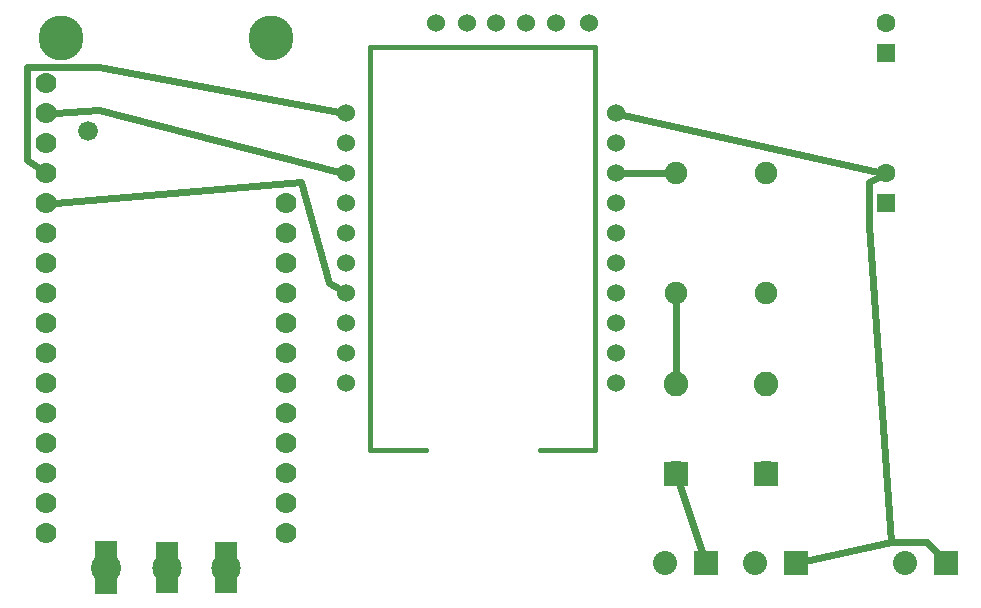
<source format=gtl>
G04 MADE WITH FRITZING*
G04 WWW.FRITZING.ORG*
G04 DOUBLE SIDED*
G04 HOLES PLATED*
G04 CONTOUR ON CENTER OF CONTOUR VECTOR*
%ASAXBY*%
%FSLAX23Y23*%
%MOIN*%
%OFA0B0*%
%SFA1.0B1.0*%
%ADD10C,0.082000*%
%ADD11C,0.062992*%
%ADD12C,0.080000*%
%ADD13C,0.060000*%
%ADD14C,0.033222*%
%ADD15C,0.075000*%
%ADD16C,0.070000*%
%ADD17C,0.098425*%
%ADD18C,0.150000*%
%ADD19C,0.100000*%
%ADD20C,0.066000*%
%ADD21R,0.082000X0.082000*%
%ADD22R,0.062992X0.062992*%
%ADD23R,0.080000X0.080000*%
%ADD24C,0.015436*%
%ADD25C,0.024000*%
%ADD26R,0.001000X0.001000*%
%LNCOPPER1*%
G90*
G70*
G54D10*
X2620Y718D03*
X2620Y1016D03*
X2320Y718D03*
X2320Y1016D03*
G54D11*
X3020Y2119D03*
X3020Y2218D03*
X3020Y1619D03*
X3020Y1718D03*
G54D12*
X3220Y418D03*
X3083Y418D03*
X2420Y418D03*
X2283Y418D03*
X2720Y418D03*
X2583Y418D03*
G54D13*
X1220Y1018D03*
X1220Y1118D03*
X1221Y1218D03*
X1221Y1318D03*
X1220Y1418D03*
X1220Y1518D03*
X1220Y1618D03*
X1220Y1718D03*
X1220Y1818D03*
X1220Y1918D03*
X2120Y1018D03*
X2120Y1118D03*
X2120Y1218D03*
X2120Y1318D03*
X2120Y1418D03*
X2120Y1518D03*
X2120Y1618D03*
X2120Y1718D03*
X2120Y1818D03*
X2120Y1918D03*
X1520Y2218D03*
X1720Y2218D03*
X1820Y2218D03*
X1920Y2218D03*
G54D14*
X1623Y2218D03*
G54D13*
X1623Y2218D03*
G54D14*
X2029Y2218D03*
G54D13*
X2029Y2218D03*
G54D15*
X2620Y1318D03*
X2620Y1718D03*
X2320Y1318D03*
X2320Y1718D03*
G54D16*
X1020Y1418D03*
G54D17*
X820Y403D03*
G54D18*
X270Y2168D03*
G54D17*
X622Y403D03*
G54D19*
X420Y403D03*
G54D20*
X360Y1858D03*
G54D16*
X1020Y1218D03*
X220Y2018D03*
X1020Y1618D03*
X220Y1918D03*
X220Y1818D03*
X220Y1718D03*
X220Y1618D03*
X220Y1518D03*
X220Y1418D03*
X1020Y1118D03*
X220Y1318D03*
X1020Y1318D03*
X220Y1218D03*
X1020Y1518D03*
X220Y1118D03*
G54D18*
X970Y2168D03*
G54D16*
X220Y1018D03*
X220Y918D03*
X220Y818D03*
X220Y718D03*
X220Y618D03*
X220Y518D03*
X1020Y518D03*
X1020Y618D03*
X1020Y718D03*
X1020Y818D03*
X1020Y918D03*
X1020Y1018D03*
G54D21*
X2620Y717D03*
X2320Y717D03*
G54D22*
X3020Y2119D03*
X3020Y1619D03*
G54D23*
X3220Y418D03*
X2420Y418D03*
X2720Y418D03*
G54D24*
X2051Y796D02*
X2051Y2139D01*
D02*
X2051Y2139D02*
X1299Y2139D01*
D02*
X1299Y2139D02*
X1299Y796D01*
D02*
X2051Y796D02*
X1866Y796D01*
D02*
X1485Y796D02*
X1299Y796D01*
G54D25*
D02*
X1196Y1724D02*
X396Y1930D01*
D02*
X2410Y447D02*
X2330Y687D01*
D02*
X396Y1930D02*
X251Y1920D01*
D02*
X2320Y1048D02*
X2320Y1289D01*
D02*
X1164Y1354D02*
X1068Y1690D01*
D02*
X1200Y1331D02*
X1164Y1354D01*
D02*
X1068Y1690D02*
X251Y1620D01*
D02*
X2145Y1718D02*
X2292Y1718D01*
D02*
X3036Y490D02*
X2751Y425D01*
D02*
X3156Y490D02*
X3036Y490D01*
D02*
X3200Y441D02*
X3156Y490D01*
D02*
X2964Y1690D02*
X2964Y1546D01*
D02*
X2996Y1706D02*
X2964Y1690D01*
D02*
X2964Y1546D02*
X3036Y490D01*
D02*
X2144Y1912D02*
X2994Y1724D01*
D02*
X195Y1735D02*
X156Y1762D01*
D02*
X396Y2074D02*
X1196Y1923D01*
D02*
X156Y2074D02*
X396Y2074D01*
D02*
X156Y1762D02*
X156Y2074D01*
G54D26*
X383Y491D02*
X457Y491D01*
X382Y490D02*
X457Y490D01*
X585Y490D02*
X658Y490D01*
X783Y490D02*
X856Y490D01*
X382Y489D02*
X457Y489D01*
X585Y489D02*
X659Y489D01*
X783Y489D02*
X857Y489D01*
X382Y488D02*
X457Y488D01*
X585Y488D02*
X659Y488D01*
X783Y488D02*
X857Y488D01*
X382Y487D02*
X457Y487D01*
X585Y487D02*
X659Y487D01*
X783Y487D02*
X857Y487D01*
X382Y486D02*
X457Y486D01*
X585Y486D02*
X659Y486D01*
X783Y486D02*
X857Y486D01*
X382Y485D02*
X457Y485D01*
X585Y485D02*
X659Y485D01*
X783Y485D02*
X857Y485D01*
X382Y484D02*
X457Y484D01*
X585Y484D02*
X659Y484D01*
X783Y484D02*
X857Y484D01*
X382Y483D02*
X457Y483D01*
X585Y483D02*
X659Y483D01*
X783Y483D02*
X857Y483D01*
X382Y482D02*
X457Y482D01*
X585Y482D02*
X659Y482D01*
X783Y482D02*
X857Y482D01*
X382Y481D02*
X457Y481D01*
X585Y481D02*
X659Y481D01*
X783Y481D02*
X857Y481D01*
X382Y480D02*
X457Y480D01*
X585Y480D02*
X659Y480D01*
X783Y480D02*
X857Y480D01*
X382Y479D02*
X457Y479D01*
X585Y479D02*
X659Y479D01*
X783Y479D02*
X857Y479D01*
X382Y478D02*
X457Y478D01*
X585Y478D02*
X659Y478D01*
X783Y478D02*
X857Y478D01*
X382Y477D02*
X457Y477D01*
X585Y477D02*
X659Y477D01*
X783Y477D02*
X857Y477D01*
X382Y476D02*
X457Y476D01*
X585Y476D02*
X659Y476D01*
X783Y476D02*
X857Y476D01*
X382Y475D02*
X457Y475D01*
X585Y475D02*
X659Y475D01*
X783Y475D02*
X857Y475D01*
X382Y474D02*
X457Y474D01*
X585Y474D02*
X659Y474D01*
X783Y474D02*
X857Y474D01*
X382Y473D02*
X457Y473D01*
X585Y473D02*
X659Y473D01*
X783Y473D02*
X857Y473D01*
X382Y472D02*
X457Y472D01*
X585Y472D02*
X659Y472D01*
X783Y472D02*
X857Y472D01*
X382Y471D02*
X457Y471D01*
X585Y471D02*
X659Y471D01*
X783Y471D02*
X857Y471D01*
X382Y470D02*
X457Y470D01*
X585Y470D02*
X659Y470D01*
X783Y470D02*
X857Y470D01*
X382Y469D02*
X457Y469D01*
X585Y469D02*
X659Y469D01*
X783Y469D02*
X857Y469D01*
X382Y468D02*
X457Y468D01*
X585Y468D02*
X659Y468D01*
X783Y468D02*
X857Y468D01*
X382Y467D02*
X457Y467D01*
X585Y467D02*
X659Y467D01*
X783Y467D02*
X857Y467D01*
X382Y466D02*
X457Y466D01*
X585Y466D02*
X659Y466D01*
X783Y466D02*
X857Y466D01*
X382Y465D02*
X457Y465D01*
X585Y465D02*
X659Y465D01*
X783Y465D02*
X857Y465D01*
X382Y464D02*
X457Y464D01*
X585Y464D02*
X659Y464D01*
X783Y464D02*
X857Y464D01*
X382Y463D02*
X457Y463D01*
X585Y463D02*
X659Y463D01*
X783Y463D02*
X857Y463D01*
X382Y462D02*
X457Y462D01*
X585Y462D02*
X659Y462D01*
X783Y462D02*
X857Y462D01*
X382Y461D02*
X457Y461D01*
X585Y461D02*
X659Y461D01*
X783Y461D02*
X857Y461D01*
X382Y460D02*
X457Y460D01*
X585Y460D02*
X659Y460D01*
X783Y460D02*
X857Y460D01*
X382Y459D02*
X457Y459D01*
X585Y459D02*
X659Y459D01*
X783Y459D02*
X857Y459D01*
X382Y458D02*
X457Y458D01*
X585Y458D02*
X659Y458D01*
X783Y458D02*
X857Y458D01*
X382Y457D02*
X457Y457D01*
X585Y457D02*
X659Y457D01*
X783Y457D02*
X857Y457D01*
X382Y456D02*
X457Y456D01*
X585Y456D02*
X659Y456D01*
X783Y456D02*
X857Y456D01*
X382Y455D02*
X457Y455D01*
X585Y455D02*
X659Y455D01*
X783Y455D02*
X857Y455D01*
X382Y454D02*
X457Y454D01*
X585Y454D02*
X659Y454D01*
X783Y454D02*
X857Y454D01*
X382Y453D02*
X457Y453D01*
X585Y453D02*
X659Y453D01*
X783Y453D02*
X857Y453D01*
X382Y452D02*
X457Y452D01*
X585Y452D02*
X659Y452D01*
X783Y452D02*
X857Y452D01*
X382Y451D02*
X457Y451D01*
X585Y451D02*
X659Y451D01*
X783Y451D02*
X857Y451D01*
X382Y450D02*
X457Y450D01*
X585Y450D02*
X659Y450D01*
X783Y450D02*
X857Y450D01*
X382Y449D02*
X457Y449D01*
X585Y449D02*
X659Y449D01*
X783Y449D02*
X857Y449D01*
X382Y448D02*
X457Y448D01*
X585Y448D02*
X659Y448D01*
X783Y448D02*
X857Y448D01*
X382Y447D02*
X457Y447D01*
X585Y447D02*
X659Y447D01*
X783Y447D02*
X857Y447D01*
X382Y446D02*
X457Y446D01*
X585Y446D02*
X659Y446D01*
X783Y446D02*
X857Y446D01*
X382Y445D02*
X457Y445D01*
X585Y445D02*
X659Y445D01*
X783Y445D02*
X857Y445D01*
X382Y444D02*
X457Y444D01*
X585Y444D02*
X659Y444D01*
X783Y444D02*
X857Y444D01*
X382Y443D02*
X457Y443D01*
X585Y443D02*
X659Y443D01*
X783Y443D02*
X857Y443D01*
X382Y442D02*
X419Y442D01*
X421Y442D02*
X457Y442D01*
X585Y442D02*
X659Y442D01*
X783Y442D02*
X857Y442D01*
X382Y441D02*
X411Y441D01*
X429Y441D02*
X457Y441D01*
X585Y441D02*
X615Y441D01*
X629Y441D02*
X659Y441D01*
X783Y441D02*
X813Y441D01*
X827Y441D02*
X857Y441D01*
X382Y440D02*
X407Y440D01*
X432Y440D02*
X457Y440D01*
X585Y440D02*
X610Y440D01*
X633Y440D02*
X659Y440D01*
X783Y440D02*
X808Y440D01*
X831Y440D02*
X857Y440D01*
X382Y439D02*
X404Y439D01*
X435Y439D02*
X457Y439D01*
X585Y439D02*
X607Y439D01*
X636Y439D02*
X659Y439D01*
X783Y439D02*
X805Y439D01*
X834Y439D02*
X857Y439D01*
X382Y438D02*
X402Y438D01*
X437Y438D02*
X457Y438D01*
X585Y438D02*
X605Y438D01*
X638Y438D02*
X659Y438D01*
X783Y438D02*
X803Y438D01*
X836Y438D02*
X857Y438D01*
X382Y437D02*
X400Y437D01*
X439Y437D02*
X457Y437D01*
X585Y437D02*
X603Y437D01*
X640Y437D02*
X659Y437D01*
X783Y437D02*
X801Y437D01*
X838Y437D02*
X857Y437D01*
X382Y436D02*
X399Y436D01*
X441Y436D02*
X457Y436D01*
X585Y436D02*
X601Y436D01*
X642Y436D02*
X659Y436D01*
X783Y436D02*
X799Y436D01*
X840Y436D02*
X857Y436D01*
X382Y435D02*
X397Y435D01*
X442Y435D02*
X457Y435D01*
X585Y435D02*
X600Y435D01*
X643Y435D02*
X659Y435D01*
X783Y435D02*
X798Y435D01*
X841Y435D02*
X857Y435D01*
X382Y434D02*
X396Y434D01*
X443Y434D02*
X457Y434D01*
X585Y434D02*
X598Y434D01*
X645Y434D02*
X659Y434D01*
X783Y434D02*
X796Y434D01*
X843Y434D02*
X857Y434D01*
X382Y433D02*
X395Y433D01*
X445Y433D02*
X457Y433D01*
X585Y433D02*
X597Y433D01*
X646Y433D02*
X659Y433D01*
X783Y433D02*
X795Y433D01*
X844Y433D02*
X857Y433D01*
X382Y432D02*
X394Y432D01*
X446Y432D02*
X457Y432D01*
X585Y432D02*
X596Y432D01*
X647Y432D02*
X659Y432D01*
X783Y432D02*
X794Y432D01*
X845Y432D02*
X857Y432D01*
X382Y431D02*
X393Y431D01*
X447Y431D02*
X457Y431D01*
X585Y431D02*
X595Y431D01*
X648Y431D02*
X659Y431D01*
X783Y431D02*
X793Y431D01*
X846Y431D02*
X857Y431D01*
X382Y430D02*
X392Y430D01*
X448Y430D02*
X457Y430D01*
X585Y430D02*
X594Y430D01*
X649Y430D02*
X659Y430D01*
X783Y430D02*
X792Y430D01*
X847Y430D02*
X857Y430D01*
X382Y429D02*
X391Y429D01*
X449Y429D02*
X457Y429D01*
X585Y429D02*
X593Y429D01*
X650Y429D02*
X659Y429D01*
X783Y429D02*
X791Y429D01*
X848Y429D02*
X857Y429D01*
X382Y428D02*
X390Y428D01*
X450Y428D02*
X457Y428D01*
X585Y428D02*
X592Y428D01*
X651Y428D02*
X659Y428D01*
X783Y428D02*
X790Y428D01*
X849Y428D02*
X857Y428D01*
X382Y427D02*
X389Y427D01*
X450Y427D02*
X457Y427D01*
X585Y427D02*
X591Y427D01*
X652Y427D02*
X659Y427D01*
X783Y427D02*
X789Y427D01*
X850Y427D02*
X857Y427D01*
X382Y426D02*
X388Y426D01*
X451Y426D02*
X457Y426D01*
X585Y426D02*
X591Y426D01*
X653Y426D02*
X659Y426D01*
X783Y426D02*
X789Y426D01*
X851Y426D02*
X857Y426D01*
X382Y425D02*
X388Y425D01*
X452Y425D02*
X457Y425D01*
X585Y425D02*
X590Y425D01*
X653Y425D02*
X659Y425D01*
X783Y425D02*
X788Y425D01*
X851Y425D02*
X857Y425D01*
X382Y424D02*
X387Y424D01*
X452Y424D02*
X457Y424D01*
X585Y424D02*
X589Y424D01*
X654Y424D02*
X659Y424D01*
X783Y424D02*
X787Y424D01*
X852Y424D02*
X857Y424D01*
X382Y423D02*
X386Y423D01*
X453Y423D02*
X457Y423D01*
X585Y423D02*
X589Y423D01*
X655Y423D02*
X659Y423D01*
X783Y423D02*
X787Y423D01*
X853Y423D02*
X857Y423D01*
X382Y422D02*
X386Y422D01*
X454Y422D02*
X457Y422D01*
X585Y422D02*
X588Y422D01*
X655Y422D02*
X659Y422D01*
X783Y422D02*
X786Y422D01*
X853Y422D02*
X857Y422D01*
X382Y421D02*
X385Y421D01*
X454Y421D02*
X457Y421D01*
X585Y421D02*
X588Y421D01*
X656Y421D02*
X659Y421D01*
X783Y421D02*
X786Y421D01*
X854Y421D02*
X857Y421D01*
X382Y420D02*
X385Y420D01*
X455Y420D02*
X457Y420D01*
X585Y420D02*
X587Y420D01*
X656Y420D02*
X659Y420D01*
X783Y420D02*
X785Y420D01*
X854Y420D02*
X857Y420D01*
X382Y419D02*
X384Y419D01*
X455Y419D02*
X457Y419D01*
X585Y419D02*
X587Y419D01*
X657Y419D02*
X659Y419D01*
X783Y419D02*
X785Y419D01*
X855Y419D02*
X857Y419D01*
X382Y418D02*
X384Y418D01*
X455Y418D02*
X457Y418D01*
X585Y418D02*
X586Y418D01*
X657Y418D02*
X659Y418D01*
X783Y418D02*
X784Y418D01*
X855Y418D02*
X857Y418D01*
X382Y417D02*
X384Y417D01*
X456Y417D02*
X457Y417D01*
X585Y417D02*
X586Y417D01*
X657Y417D02*
X659Y417D01*
X783Y417D02*
X784Y417D01*
X855Y417D02*
X857Y417D01*
X382Y416D02*
X383Y416D01*
X456Y416D02*
X457Y416D01*
X585Y416D02*
X586Y416D01*
X658Y416D02*
X659Y416D01*
X783Y416D02*
X784Y416D01*
X856Y416D02*
X857Y416D01*
X382Y415D02*
X383Y415D01*
X456Y415D02*
X457Y415D01*
X585Y415D02*
X585Y415D01*
X658Y415D02*
X659Y415D01*
X783Y415D02*
X783Y415D01*
X856Y415D02*
X857Y415D01*
X382Y414D02*
X383Y414D01*
X457Y414D02*
X457Y414D01*
X585Y414D02*
X585Y414D01*
X658Y414D02*
X659Y414D01*
X783Y414D02*
X783Y414D01*
X856Y414D02*
X857Y414D01*
X382Y413D02*
X382Y413D01*
X457Y413D02*
X457Y413D01*
X585Y413D02*
X585Y413D01*
X659Y413D02*
X659Y413D01*
X783Y413D02*
X783Y413D01*
X857Y413D02*
X857Y413D01*
X382Y412D02*
X382Y412D01*
X457Y412D02*
X457Y412D01*
X585Y412D02*
X585Y412D01*
X659Y412D02*
X659Y412D01*
X783Y412D02*
X783Y412D01*
X857Y412D02*
X857Y412D01*
X382Y411D02*
X382Y411D01*
X457Y411D02*
X457Y411D01*
X659Y411D02*
X659Y411D01*
X857Y411D02*
X857Y411D01*
X382Y398D02*
X382Y398D01*
X457Y398D02*
X457Y398D01*
X382Y397D02*
X382Y397D01*
X457Y397D02*
X457Y397D01*
X659Y397D02*
X659Y397D01*
X857Y397D02*
X857Y397D01*
X382Y396D02*
X382Y396D01*
X457Y396D02*
X457Y396D01*
X585Y396D02*
X585Y396D01*
X659Y396D02*
X659Y396D01*
X783Y396D02*
X783Y396D01*
X857Y396D02*
X857Y396D01*
X382Y395D02*
X383Y395D01*
X457Y395D02*
X457Y395D01*
X585Y395D02*
X585Y395D01*
X658Y395D02*
X659Y395D01*
X783Y395D02*
X783Y395D01*
X856Y395D02*
X857Y395D01*
X382Y394D02*
X383Y394D01*
X457Y394D02*
X457Y394D01*
X585Y394D02*
X585Y394D01*
X658Y394D02*
X659Y394D01*
X783Y394D02*
X783Y394D01*
X856Y394D02*
X857Y394D01*
X382Y393D02*
X383Y393D01*
X456Y393D02*
X457Y393D01*
X585Y393D02*
X585Y393D01*
X658Y393D02*
X659Y393D01*
X783Y393D02*
X783Y393D01*
X856Y393D02*
X857Y393D01*
X382Y392D02*
X384Y392D01*
X456Y392D02*
X457Y392D01*
X585Y392D02*
X586Y392D01*
X657Y392D02*
X659Y392D01*
X783Y392D02*
X784Y392D01*
X855Y392D02*
X857Y392D01*
X382Y391D02*
X384Y391D01*
X456Y391D02*
X457Y391D01*
X585Y391D02*
X586Y391D01*
X657Y391D02*
X659Y391D01*
X783Y391D02*
X784Y391D01*
X855Y391D02*
X857Y391D01*
X382Y390D02*
X384Y390D01*
X455Y390D02*
X457Y390D01*
X585Y390D02*
X586Y390D01*
X657Y390D02*
X659Y390D01*
X783Y390D02*
X784Y390D01*
X855Y390D02*
X857Y390D01*
X382Y389D02*
X385Y389D01*
X455Y389D02*
X457Y389D01*
X585Y389D02*
X587Y389D01*
X656Y389D02*
X659Y389D01*
X783Y389D02*
X785Y389D01*
X854Y389D02*
X857Y389D01*
X382Y388D02*
X385Y388D01*
X454Y388D02*
X457Y388D01*
X585Y388D02*
X587Y388D01*
X656Y388D02*
X659Y388D01*
X783Y388D02*
X785Y388D01*
X854Y388D02*
X857Y388D01*
X382Y387D02*
X386Y387D01*
X454Y387D02*
X457Y387D01*
X585Y387D02*
X588Y387D01*
X655Y387D02*
X659Y387D01*
X783Y387D02*
X786Y387D01*
X853Y387D02*
X857Y387D01*
X382Y386D02*
X386Y386D01*
X453Y386D02*
X457Y386D01*
X585Y386D02*
X588Y386D01*
X655Y386D02*
X659Y386D01*
X783Y386D02*
X786Y386D01*
X853Y386D02*
X857Y386D01*
X382Y385D02*
X387Y385D01*
X453Y385D02*
X457Y385D01*
X585Y385D02*
X589Y385D01*
X654Y385D02*
X659Y385D01*
X783Y385D02*
X787Y385D01*
X852Y385D02*
X857Y385D01*
X382Y384D02*
X387Y384D01*
X452Y384D02*
X457Y384D01*
X585Y384D02*
X590Y384D01*
X654Y384D02*
X659Y384D01*
X783Y384D02*
X788Y384D01*
X852Y384D02*
X857Y384D01*
X382Y383D02*
X388Y383D01*
X451Y383D02*
X457Y383D01*
X585Y383D02*
X590Y383D01*
X653Y383D02*
X659Y383D01*
X783Y383D02*
X788Y383D01*
X851Y383D02*
X857Y383D01*
X382Y382D02*
X389Y382D01*
X451Y382D02*
X457Y382D01*
X585Y382D02*
X591Y382D01*
X652Y382D02*
X659Y382D01*
X783Y382D02*
X789Y382D01*
X850Y382D02*
X857Y382D01*
X382Y381D02*
X389Y381D01*
X450Y381D02*
X457Y381D01*
X585Y381D02*
X592Y381D01*
X652Y381D02*
X659Y381D01*
X783Y381D02*
X790Y381D01*
X849Y381D02*
X857Y381D01*
X382Y380D02*
X390Y380D01*
X449Y380D02*
X457Y380D01*
X585Y380D02*
X593Y380D01*
X651Y380D02*
X659Y380D01*
X783Y380D02*
X791Y380D01*
X849Y380D02*
X857Y380D01*
X382Y379D02*
X391Y379D01*
X448Y379D02*
X457Y379D01*
X585Y379D02*
X594Y379D01*
X650Y379D02*
X659Y379D01*
X783Y379D02*
X792Y379D01*
X848Y379D02*
X857Y379D01*
X382Y378D02*
X392Y378D01*
X447Y378D02*
X457Y378D01*
X585Y378D02*
X594Y378D01*
X649Y378D02*
X659Y378D01*
X783Y378D02*
X792Y378D01*
X847Y378D02*
X857Y378D01*
X382Y377D02*
X393Y377D01*
X446Y377D02*
X457Y377D01*
X585Y377D02*
X595Y377D01*
X648Y377D02*
X659Y377D01*
X783Y377D02*
X793Y377D01*
X846Y377D02*
X857Y377D01*
X382Y376D02*
X394Y376D01*
X445Y376D02*
X457Y376D01*
X585Y376D02*
X597Y376D01*
X647Y376D02*
X659Y376D01*
X783Y376D02*
X795Y376D01*
X845Y376D02*
X857Y376D01*
X382Y375D02*
X395Y375D01*
X444Y375D02*
X457Y375D01*
X585Y375D02*
X598Y375D01*
X645Y375D02*
X659Y375D01*
X783Y375D02*
X796Y375D01*
X843Y375D02*
X857Y375D01*
X382Y374D02*
X397Y374D01*
X443Y374D02*
X457Y374D01*
X585Y374D02*
X599Y374D01*
X644Y374D02*
X659Y374D01*
X783Y374D02*
X797Y374D01*
X842Y374D02*
X857Y374D01*
X382Y373D02*
X398Y373D01*
X441Y373D02*
X457Y373D01*
X585Y373D02*
X601Y373D01*
X643Y373D02*
X659Y373D01*
X783Y373D02*
X799Y373D01*
X841Y373D02*
X857Y373D01*
X382Y372D02*
X400Y372D01*
X440Y372D02*
X457Y372D01*
X585Y372D02*
X602Y372D01*
X641Y372D02*
X659Y372D01*
X783Y372D02*
X800Y372D01*
X839Y372D02*
X857Y372D01*
X382Y371D02*
X401Y371D01*
X438Y371D02*
X457Y371D01*
X585Y371D02*
X604Y371D01*
X639Y371D02*
X659Y371D01*
X783Y371D02*
X802Y371D01*
X837Y371D02*
X857Y371D01*
X382Y370D02*
X403Y370D01*
X436Y370D02*
X457Y370D01*
X585Y370D02*
X606Y370D01*
X637Y370D02*
X659Y370D01*
X783Y370D02*
X804Y370D01*
X835Y370D02*
X857Y370D01*
X382Y369D02*
X406Y369D01*
X434Y369D02*
X457Y369D01*
X585Y369D02*
X609Y369D01*
X635Y369D02*
X659Y369D01*
X783Y369D02*
X807Y369D01*
X833Y369D02*
X857Y369D01*
X382Y368D02*
X409Y368D01*
X431Y368D02*
X457Y368D01*
X585Y368D02*
X612Y368D01*
X631Y368D02*
X659Y368D01*
X783Y368D02*
X810Y368D01*
X829Y368D02*
X857Y368D01*
X382Y367D02*
X413Y367D01*
X426Y367D02*
X457Y367D01*
X585Y367D02*
X619Y367D01*
X625Y367D02*
X659Y367D01*
X783Y367D02*
X817Y367D01*
X823Y367D02*
X857Y367D01*
X382Y366D02*
X457Y366D01*
X585Y366D02*
X659Y366D01*
X783Y366D02*
X857Y366D01*
X382Y365D02*
X457Y365D01*
X585Y365D02*
X659Y365D01*
X783Y365D02*
X857Y365D01*
X382Y364D02*
X457Y364D01*
X585Y364D02*
X659Y364D01*
X783Y364D02*
X857Y364D01*
X382Y363D02*
X457Y363D01*
X585Y363D02*
X659Y363D01*
X783Y363D02*
X857Y363D01*
X382Y362D02*
X457Y362D01*
X585Y362D02*
X659Y362D01*
X783Y362D02*
X857Y362D01*
X382Y361D02*
X457Y361D01*
X585Y361D02*
X659Y361D01*
X783Y361D02*
X857Y361D01*
X382Y360D02*
X457Y360D01*
X585Y360D02*
X659Y360D01*
X783Y360D02*
X857Y360D01*
X382Y359D02*
X457Y359D01*
X585Y359D02*
X659Y359D01*
X783Y359D02*
X857Y359D01*
X382Y358D02*
X457Y358D01*
X585Y358D02*
X659Y358D01*
X783Y358D02*
X857Y358D01*
X382Y357D02*
X457Y357D01*
X585Y357D02*
X659Y357D01*
X783Y357D02*
X857Y357D01*
X382Y356D02*
X457Y356D01*
X585Y356D02*
X659Y356D01*
X783Y356D02*
X857Y356D01*
X382Y355D02*
X457Y355D01*
X585Y355D02*
X659Y355D01*
X783Y355D02*
X857Y355D01*
X382Y354D02*
X457Y354D01*
X585Y354D02*
X659Y354D01*
X783Y354D02*
X857Y354D01*
X382Y353D02*
X457Y353D01*
X585Y353D02*
X659Y353D01*
X783Y353D02*
X857Y353D01*
X382Y352D02*
X457Y352D01*
X585Y352D02*
X659Y352D01*
X783Y352D02*
X857Y352D01*
X382Y351D02*
X457Y351D01*
X585Y351D02*
X659Y351D01*
X783Y351D02*
X857Y351D01*
X382Y350D02*
X457Y350D01*
X585Y350D02*
X659Y350D01*
X783Y350D02*
X857Y350D01*
X382Y349D02*
X457Y349D01*
X585Y349D02*
X659Y349D01*
X783Y349D02*
X857Y349D01*
X382Y348D02*
X457Y348D01*
X585Y348D02*
X659Y348D01*
X783Y348D02*
X857Y348D01*
X382Y347D02*
X457Y347D01*
X585Y347D02*
X659Y347D01*
X783Y347D02*
X857Y347D01*
X382Y346D02*
X457Y346D01*
X585Y346D02*
X659Y346D01*
X783Y346D02*
X857Y346D01*
X382Y345D02*
X457Y345D01*
X585Y345D02*
X659Y345D01*
X783Y345D02*
X857Y345D01*
X382Y344D02*
X457Y344D01*
X585Y344D02*
X659Y344D01*
X783Y344D02*
X857Y344D01*
X382Y343D02*
X457Y343D01*
X585Y343D02*
X659Y343D01*
X783Y343D02*
X857Y343D01*
X382Y342D02*
X457Y342D01*
X585Y342D02*
X659Y342D01*
X783Y342D02*
X857Y342D01*
X382Y341D02*
X457Y341D01*
X585Y341D02*
X659Y341D01*
X783Y341D02*
X857Y341D01*
X382Y340D02*
X457Y340D01*
X585Y340D02*
X659Y340D01*
X783Y340D02*
X857Y340D01*
X382Y339D02*
X457Y339D01*
X585Y339D02*
X659Y339D01*
X783Y339D02*
X857Y339D01*
X382Y338D02*
X457Y338D01*
X585Y338D02*
X659Y338D01*
X783Y338D02*
X857Y338D01*
X382Y337D02*
X457Y337D01*
X585Y337D02*
X659Y337D01*
X783Y337D02*
X857Y337D01*
X382Y336D02*
X457Y336D01*
X585Y336D02*
X659Y336D01*
X783Y336D02*
X857Y336D01*
X382Y335D02*
X457Y335D01*
X585Y335D02*
X659Y335D01*
X783Y335D02*
X857Y335D01*
X382Y334D02*
X457Y334D01*
X585Y334D02*
X659Y334D01*
X783Y334D02*
X857Y334D01*
X382Y333D02*
X457Y333D01*
X585Y333D02*
X659Y333D01*
X783Y333D02*
X857Y333D01*
X382Y332D02*
X457Y332D01*
X585Y332D02*
X659Y332D01*
X783Y332D02*
X857Y332D01*
X382Y331D02*
X457Y331D01*
X585Y331D02*
X659Y331D01*
X783Y331D02*
X857Y331D01*
X382Y330D02*
X457Y330D01*
X585Y330D02*
X659Y330D01*
X783Y330D02*
X857Y330D01*
X382Y329D02*
X457Y329D01*
X585Y329D02*
X659Y329D01*
X783Y329D02*
X857Y329D01*
X382Y328D02*
X457Y328D01*
X585Y328D02*
X659Y328D01*
X783Y328D02*
X857Y328D01*
X382Y327D02*
X457Y327D01*
X585Y327D02*
X659Y327D01*
X783Y327D02*
X857Y327D01*
X382Y326D02*
X457Y326D01*
X585Y326D02*
X659Y326D01*
X783Y326D02*
X857Y326D01*
X382Y325D02*
X457Y325D01*
X585Y325D02*
X659Y325D01*
X783Y325D02*
X857Y325D01*
X382Y324D02*
X457Y324D01*
X585Y324D02*
X659Y324D01*
X783Y324D02*
X857Y324D01*
X382Y323D02*
X457Y323D01*
X585Y323D02*
X659Y323D01*
X783Y323D02*
X857Y323D01*
X382Y322D02*
X457Y322D01*
X585Y322D02*
X659Y322D01*
X783Y322D02*
X857Y322D01*
X382Y321D02*
X457Y321D01*
X585Y321D02*
X659Y321D01*
X783Y321D02*
X857Y321D01*
X382Y320D02*
X457Y320D01*
X585Y320D02*
X659Y320D01*
X783Y320D02*
X857Y320D01*
X382Y319D02*
X457Y319D01*
X585Y319D02*
X659Y319D01*
X783Y319D02*
X857Y319D01*
X382Y318D02*
X457Y318D01*
D02*
G04 End of Copper1*
M02*
</source>
